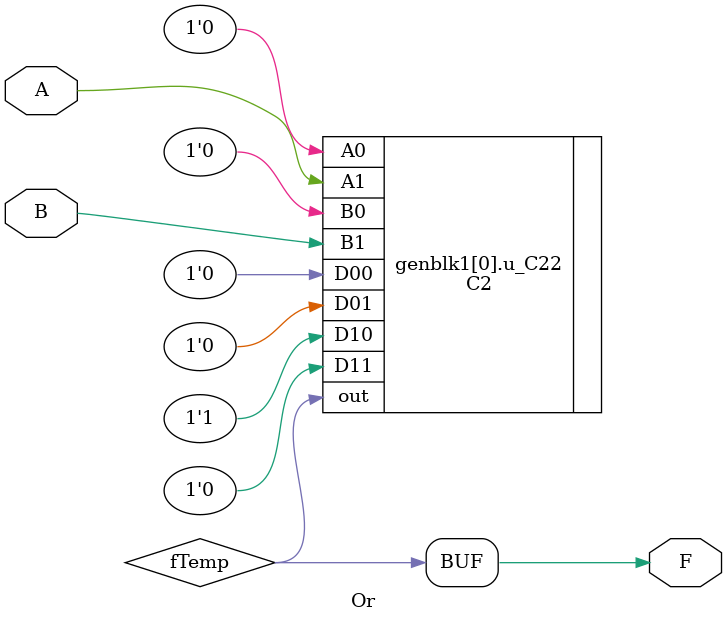
<source format=v>
module Or #(parameter INPUT_SIZE = 1)(input [INPUT_SIZE-1:0] A, B, output reg [INPUT_SIZE-1:0] F);

    wire [INPUT_SIZE-1:0] fTemp;

    genvar i;
    generate
        for (i = 0; i < INPUT_SIZE; i = i + 1) begin
            C2 u_C22 (
                .D00(1'b0),
                .D01(1'b0),
                .D10(1'b1),
                .D11(1'b0),
                .A1(A[i]),
                .B1(B[i]),
                .A0(1'b0),
                .B0(1'b0),
                .out(fTemp[i])
            );
        end
    endgenerate

    assign F = fTemp;

endmodule
</source>
